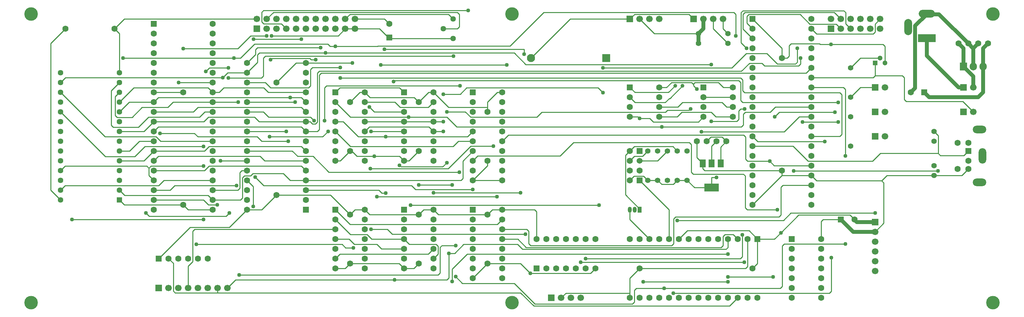
<source format=gbr>
%TF.GenerationSoftware,Novarm,DipTrace,4.3.0.5*%
%TF.CreationDate,2023-08-20T22:22:37+01:00*%
%FSLAX26Y26*%
%MOIN*%
%TF.FileFunction,Copper,L1,Top*%
%TF.Part,Single*%
%TA.AperFunction,Conductor*%
%ADD13C,0.009843*%
%ADD14C,0.03937*%
%TA.AperFunction,ComponentPad*%
%ADD17C,0.055118*%
%ADD18C,0.055118*%
%ADD19R,0.062992X0.062992*%
%ADD20C,0.062992*%
%ADD21C,0.062992*%
%ADD22C,0.06*%
%ADD23C,0.137795*%
%ADD24R,0.051181X0.051181*%
%ADD25C,0.051181*%
%ADD26R,0.066929X0.066929*%
%ADD27C,0.066929*%
%ADD28R,0.056693X0.056693*%
%ADD29C,0.056693*%
%ADD30O,0.137795X0.07874*%
%ADD31O,0.07874X0.15748*%
%ADD32C,0.066929*%
%ADD33R,0.181102X0.07874*%
%ADD34O,0.165354X0.07874*%
%ADD35O,0.07874X0.165354*%
%ADD36R,0.075X0.07874*%
%ADD37O,0.075X0.07874*%
%ADD38R,0.041339X0.059055*%
%ADD39O,0.041339X0.059055*%
%ADD40R,0.082677X0.082677*%
%ADD41C,0.082677*%
%ADD42C,0.056693*%
%ADD43R,0.059055X0.07874*%
%ADD44R,0.149606X0.07874*%
%TA.AperFunction,ViaPad*%
%ADD45C,0.04*%
%TA.AperFunction,ComponentPad*%
%ADD108C,0.03937*%
G75*
G01*
%LPD*%
X7427953Y1670374D2*
D13*
X7251969D1*
X7177953Y1744390D1*
X7427953Y1918406D2*
Y2094390D1*
X7477953Y2144390D1*
X6777953Y1744390D2*
X6733661Y1788681D1*
X6637992D1*
X6593701Y1744390D1*
X6877953D2*
X6777953D1*
X7077953D2*
X7037600Y1704037D1*
X6918306D1*
X6877953Y1744390D1*
X7177953D2*
X7077953D1*
X7427953Y1670374D2*
Y1775023D1*
X7477952D1*
X7293701Y3144391D2*
D14*
Y3244391D1*
X793701Y1544784D2*
D13*
X693701Y1644784D1*
Y3143996D1*
X844488Y3294784D1*
X5293701Y2644391D2*
X5243112D1*
X5143307Y2544587D1*
Y2490850D1*
Y2444587D1*
X8743701Y1344390D2*
D14*
X8868701Y1219390D1*
X9093701D1*
X8143701Y1844390D2*
D13*
Y1794390D1*
X7843504Y1494193D1*
X7277953Y2144390D2*
Y1977855D1*
X7337402Y1918406D1*
X4593701Y1444390D2*
X4493898D1*
X4444094Y1394587D1*
X2993504Y1594390D2*
X2843504Y1444390D1*
X2693701D1*
X4793898Y3193996D2*
X4143701D1*
Y3206595D1*
X9593701Y2644390D2*
D14*
X9643701Y2594390D1*
X10143701D1*
X10193701Y2644390D1*
Y2907185D1*
X6693701Y844390D2*
D13*
X6593701Y744390D1*
Y592621D1*
Y544390D1*
X3893701Y2644390D2*
X3844094D1*
X3743701Y2543996D1*
X4593701Y2644390D2*
X4543701D1*
X4443701Y2544390D1*
X1743504Y2644390D2*
X2043701Y2644587D1*
X3893701Y1444390D2*
X3793701D1*
X3743701Y1394390D1*
X5293701Y1444391D2*
X5193899D1*
X5144094Y1394587D1*
X7293701Y3244391D2*
D14*
X7344094Y3294785D1*
Y3394390D1*
X3793701Y3294390D2*
D13*
X3693701D1*
X4143701Y3206595D2*
Y3194391D1*
X4043702Y3294390D1*
X3793701D1*
X10193701Y2907185D2*
D14*
Y3095966D1*
X10242126Y3144391D1*
X2693701Y1444390D2*
D13*
X2513389Y1264078D1*
X2113389D1*
X1793701Y944390D1*
X6693701Y844390D2*
X7774016D1*
X7793701Y864075D1*
Y1144390D1*
X3743701Y1394390D2*
X3543701Y1594390D1*
X2993504D1*
X4593701Y2644390D2*
X4747241Y2490850D1*
X5143307D1*
X5643701Y1144391D2*
Y1424703D1*
X5624013Y1444391D1*
X5293701D1*
X8143701Y1844390D2*
X7357087D1*
X7337402Y1864076D1*
Y1918406D1*
X3693701Y3294390D2*
X3621350Y3222039D1*
X2943543D1*
X3893701Y2644390D2*
X3947438Y2590653D1*
X4397438D1*
X4443701Y2544390D1*
X9093701Y1219390D2*
X9181299Y1306989D1*
Y1719590D1*
X9160433Y1740456D1*
X9214368Y1794390D1*
X9693701D1*
X8743701Y1344390D2*
X8563390D1*
X8543701Y1324701D1*
Y1144390D1*
X5893701Y544390D2*
X5941932Y592621D1*
X6593701D1*
X9143701Y2994390D2*
X8943701D1*
X8843701Y2894390D1*
X5144094Y1394587D2*
X4643504D1*
X4593701Y1444390D1*
X3893701D2*
X3943504Y1394587D1*
X4444094D1*
X9160433Y1740456D2*
X8497241D1*
X8443504Y1794193D1*
X2893700Y3222039D2*
X2729775D1*
X2598389Y3090653D1*
X2043700D1*
X7293701Y3244391D2*
X6843699D1*
X6693701Y3394390D1*
X6894094Y2693996D2*
X6966900D1*
X7019067Y2746164D1*
X7222323D1*
X7243189Y2725298D1*
Y2712030D1*
X7277952Y2677267D1*
X7644094Y2693996D2*
X7547657D1*
X7495489Y2746164D1*
X7257948D1*
X7243189Y2731405D1*
Y2725298D1*
X9693701Y1794390D2*
X9977165D1*
X10043701Y1860925D1*
X8443504Y1794193D2*
X8295969D1*
X8295772Y1794390D1*
X8143701D1*
X9943701Y3144391D2*
D14*
X9993701Y3094391D1*
Y2907185D1*
X10093701Y2807185D1*
Y2694390D1*
X3293701Y2544390D2*
D13*
X3247438Y2590653D1*
X3133901D1*
X4293701Y2244390D2*
X3955043Y2244393D1*
X6278464Y1490653D2*
X4359649D1*
X1743504Y2544390D2*
X1493307D1*
X1393701Y2444784D1*
X3133901Y2590653D2*
X1789767D1*
X1743504Y2544390D1*
Y1544390D2*
X2249339D1*
X2299139Y1494590D1*
X2389763D1*
X2612677Y777227D2*
X4639963D1*
X4659649Y796913D1*
Y1060184D1*
X4679334Y1079869D1*
X4818389D1*
X1662476Y1413208D2*
X1697236Y1378448D1*
X2478007D1*
X2512771Y1413212D1*
X1393701Y1644784D2*
X1447832Y1590653D1*
X2297241D1*
X2343504Y1544390D1*
X3293701Y1744390D2*
X4872839D1*
X4892523Y1764075D1*
Y1943214D1*
X4993701Y2044391D1*
X2343504Y1544390D2*
X2627754D1*
X2647441Y1564078D1*
Y1770968D1*
X2667126Y1790653D1*
X2728331D1*
X2751598Y1813920D1*
X3064340D1*
X3133870Y1744390D1*
X3293701D1*
X3593701Y2244390D2*
X3747438Y2090653D1*
X4791457D1*
X4845196Y2144391D1*
X4993701D1*
X2693701Y1844390D2*
X2639607D1*
X2619921Y1824705D1*
Y1664078D1*
X2600234Y1644390D1*
X2343504D1*
X3518067Y2244393D2*
X3464327Y2190653D1*
X2923354D1*
X908157Y1343684D2*
X2248858D1*
X2343504Y1744390D2*
X1847815D1*
X1794077Y1690653D1*
X839570D1*
X793701Y1644784D1*
X4993701Y2244391D2*
X4939962Y2190653D1*
X4106893D1*
X3293701Y1644390D2*
X4037563D1*
X4067320Y1614633D1*
X4106893D1*
Y2190653D2*
X3827755D1*
X3674018Y2344390D1*
X3593701D1*
X2693701Y2444390D2*
X2860142D1*
X2913879Y2390653D1*
X3339964D1*
X3374728Y2355889D1*
X4863425Y2710338D2*
X3502988D1*
X3483303Y2690653D1*
Y2355889D1*
X3293701Y2444390D2*
X3247438Y2490653D1*
X2192425D1*
X2146163Y2444390D1*
X1743504D1*
X4694413Y2625416D2*
X4865570D1*
X4930807Y2690653D1*
X6268306D1*
X6318149Y2640810D1*
X8299295Y3094192D2*
Y2953251D1*
X8279610Y2933566D1*
X8095618D1*
X7988728Y3040456D1*
X7779094D1*
X7633543Y2894905D1*
X6318149D1*
X4293701Y2344390D2*
X3893701D1*
X4593701D2*
X4293701D1*
X4694413Y2344393D2*
X4593701Y2344390D1*
X8334059Y2994192D2*
Y2933566D1*
X8314374Y2913881D1*
X7967023D1*
X7940448Y2940456D1*
X7811571D1*
X7731256Y2860141D1*
X3429177D1*
X3409492Y2840456D1*
Y2340810D1*
X3389807Y2321125D1*
X3359649D1*
X3339964Y2340810D1*
Y2344390D1*
X3293701D1*
X1743504D2*
X1643898Y2244784D1*
X1393701D1*
X3293701Y2344390D2*
X2816374D1*
X2770111Y2390653D1*
X2300689D1*
X2254427Y2344390D1*
X1743504D1*
Y2244390D2*
X1789767Y2290653D1*
X3247438D1*
X3293701Y2244390D1*
X3409493D1*
X3429177Y2264075D1*
Y2820771D1*
X3448862Y2840456D1*
X8389767D1*
X8443504Y2894193D1*
X1743504Y2144390D2*
X1596572D1*
X1496965Y2044784D1*
X1393701D1*
X3114118Y2144712D2*
X2843413D1*
X2797472Y2190653D1*
X2192479D1*
X2157716Y2225416D1*
X1804842D1*
X3293701Y2044390D2*
X3247438Y2090653D1*
X2306751D1*
X2260489Y2044390D1*
X1743504D1*
X1643898Y1944784D1*
X1393701D1*
X1743504Y1944390D2*
X1789767Y1990653D1*
X2827700D1*
X2873963Y1944390D1*
X3293701D1*
X1743504Y1844390D2*
X2260488D1*
X2306750Y1890653D1*
X3247438D1*
X3293701Y1844390D1*
X1743504Y1744390D2*
X1692653Y1795241D1*
Y1869787D1*
X1671787Y1890653D1*
X839570D1*
X793701Y1844784D1*
X2693701Y1944390D2*
X2424527Y1944389D1*
X1692653Y1869787D2*
X1713519Y1890653D1*
X2248858D1*
X2774728Y1779157D2*
X2863232Y1690653D1*
X4369920D1*
X4408582Y1651991D1*
X4993700D1*
X1743504Y1644390D2*
X1909666D1*
X1955928Y1690653D1*
X2585157D1*
X2693701Y2044390D2*
X3154657D1*
X3208394Y1990653D1*
X3365039D1*
X3526693Y1828999D1*
X4857759D1*
X6593701Y1444391D2*
Y1344390D1*
X6793701Y1144390D1*
X6693701Y1744390D2*
X6993701Y1444390D1*
Y1144390D1*
X5293701Y1144391D2*
X5451910D1*
X5536660Y1059641D1*
X7523425D1*
X7543110Y1079326D1*
Y1170968D1*
X7562795Y1190653D1*
X7647438D1*
X7693701Y1144390D1*
X5293701Y1344391D2*
X5243111Y1293802D1*
X3744289D1*
X3593701Y1444390D1*
X4593701Y2244390D2*
X4547438Y2290653D1*
X3939964D1*
X3893701Y2244390D1*
X4694413Y2244389D2*
X4593701Y2244390D1*
X8578035Y2140456D2*
X7897241D1*
X7843504Y2194193D1*
X3293701Y2644390D2*
X2909850D1*
X2863587Y2690653D1*
X2455417D1*
X2409155Y2644390D1*
X2343504D1*
X8789960Y1994905D2*
Y2674507D1*
X8770274Y2694193D1*
X8443504D1*
X4818389Y762149D2*
X4887913Y692625D1*
X5415310D1*
X5626259Y481676D1*
X6620275D1*
X6639960Y501361D1*
Y620810D1*
X6659645Y640495D1*
X6943543D1*
X4593701Y2544390D2*
X4539964Y2490653D1*
X4254625D1*
X4200888Y2544390D1*
X3893701D1*
X2343504Y2644390D2*
X2297044Y2690850D1*
X1539767D1*
X1393701Y2544784D1*
X6943543Y640495D2*
X8125878D1*
X8145565Y660182D1*
Y1074117D1*
X8165250Y1093802D1*
X8789960D1*
X7037074Y590653D2*
X8627878D1*
X8647563Y610338D1*
Y954157D1*
X4293701Y2644390D2*
X4247438Y2690653D1*
X3639964D1*
X3593701Y2644390D1*
X3247441Y3187275D2*
X2759649D1*
X5480511Y1617227D2*
X4593704D1*
X2343504Y2544390D2*
X1940374D1*
X1886636Y2490653D1*
X1624590D1*
X1521834Y2387897D1*
X1370275D1*
X1350590Y2407582D1*
Y2601673D1*
X1393701Y2644784D1*
X2603704Y2544389D2*
X2343504Y2544390D1*
X3593701D2*
X3747438Y2390653D1*
X4339964D1*
X2343504Y2444390D2*
X2262244D1*
X2208506Y2390653D1*
X1688240D1*
X1585484Y2287897D1*
X1330905D1*
X1311220Y2307582D1*
Y2662303D1*
X1393701Y2744784D1*
X3393700Y2979157D2*
X3345712D1*
X3334216Y2990653D1*
X2943665D1*
X2932169Y2979157D1*
X6920275Y2290653D2*
X7729933D1*
X7749618Y2310338D1*
Y2420771D1*
X7769303Y2440456D1*
X8023504D1*
X8077242Y2494193D1*
X8443504D1*
X4339964Y2390653D2*
X4729177D1*
X4829177Y2290653D1*
X6920275D1*
X2693701Y2944390D2*
X2781295Y3031985D1*
Y3082507D1*
X2800980Y3102192D1*
X3441929D1*
X4293701Y2444390D2*
X3991148D1*
X3939964Y2495574D1*
X4729177Y2445102D2*
X4917066D1*
X4971515Y2390653D1*
X5647665D1*
X5697271Y2440259D1*
X6957189D1*
X6976874Y2459944D1*
X7197637D1*
X7212716Y2475023D1*
X4246606Y1898527D2*
X4261685Y1883448D1*
X4687209D1*
X4729177Y1925416D1*
X7324212Y2243133D2*
X8167129D1*
X8318190Y2394193D1*
X8443504D1*
X793701Y2744784D2*
X842719Y2793802D1*
X2447362D1*
X7422637Y2347735D2*
X7684500D1*
X7704185Y2367420D1*
Y2455535D1*
X7723870Y2475220D1*
X7762480D1*
X3493700Y3048684D2*
X5415456D1*
X5534472Y2929668D1*
X7422637D1*
X2693701Y2844390D2*
X2800980Y2951670D1*
Y3028999D1*
X2820665Y3048684D1*
X3493700D1*
X2447362Y2793802D2*
X2497951Y2844390D1*
X2693701D1*
X2343504Y2144390D2*
X1812898D1*
X1766635Y2190653D1*
X1247832D1*
X793701Y2644784D1*
X2693701Y2744390D2*
X2879531D1*
X2933268Y2690653D1*
X3320279D1*
X3339964Y2710338D1*
Y2878448D1*
X3359649Y2898133D1*
X3641929D1*
X8443504Y2194193D2*
X8732170D1*
X8751854Y2213878D1*
Y2620771D1*
X8732169Y2640456D1*
X7763240D1*
X7743555Y2660141D1*
Y2770964D1*
X7723870Y2790649D1*
X3641929D1*
X7671559Y3221479D2*
Y3442621D1*
X7651874Y3462306D1*
X5715865D1*
X5371771Y3118212D1*
X4025811D1*
X4022228Y3114629D1*
X3593700D1*
X2558228Y2993802D2*
X1428464D1*
X3593700Y3114629D2*
X3539630D1*
X3517303Y3136956D1*
X2770910D1*
X2627756Y2993802D1*
X2558228D1*
X793701Y2444784D2*
X1250588Y1987897D1*
X1551283D1*
X1654035Y2090649D1*
X2248858D1*
X2693701Y2544390D2*
X3183744Y2544393D1*
X7593700Y758767D2*
X8053110D1*
X5515275Y3035416D2*
Y3083448D1*
X4091815D1*
X7593700Y708924D2*
X6728464D1*
X7893701Y1144390D2*
Y894390D1*
X7843701Y844390D1*
X9455906Y2644390D2*
D14*
X9501181Y2689666D1*
Y3324311D1*
X9619291Y3442422D1*
Y3446852D1*
X3593701Y1944390D2*
D13*
X3644094D1*
X3743701Y2043996D1*
X3593701Y844390D2*
X3693701D1*
X3743701Y894390D1*
X7376378Y2144390D2*
X7420669Y2188681D1*
X7532087D1*
X7576378Y2144390D1*
X4143701Y3344390D2*
X4093701Y3394390D1*
X3793701D1*
X7843504Y3394193D2*
X8143701Y3093996D1*
Y2994390D1*
X4993701Y1744391D2*
X5143307Y1893998D1*
Y1944587D1*
X4993701Y744391D2*
X5142913Y893603D1*
X5144094Y894587D1*
X4293701Y844390D2*
X4393898D1*
X4444094Y894587D1*
X2343504Y1444390D2*
X2093898D1*
X2043701Y1494587D1*
X9093701Y1319390D2*
D14*
X8906496D1*
X8881496Y1344390D1*
X10042126Y3144391D2*
X10093701Y3092817D1*
Y3094391D1*
X10143701Y3144391D1*
X1393701Y2844784D2*
D13*
Y3245571D1*
X1344488Y3294784D1*
X2993504Y2744390D2*
X3193504Y2944390D1*
X3293701D1*
X4293701Y1944390D2*
X4343701D1*
X4443701Y2044390D1*
X10093701Y3094391D2*
D14*
Y2907185D1*
X9619291Y3442422D2*
X9744096D1*
X10042126Y3144391D1*
X7576378Y2144390D2*
D13*
X7518504Y2086516D1*
Y1918406D1*
X7244094Y3394390D2*
X7195864Y3442621D1*
X6641932D1*
X6593701Y3394390D1*
X2793701D2*
X1444094D1*
X1344488Y3294784D1*
X6243701Y844391D2*
X6193111Y793802D1*
X5579208D1*
X8881496Y1344390D2*
X8835233Y1390653D1*
X8313976D1*
X8132204Y1208881D1*
X1393701Y1544784D2*
X1443898Y1494587D1*
X2043701D1*
X3743701Y894390D2*
X4243701D1*
X4293701Y844390D1*
X8143701Y2994390D2*
X8195563D1*
X8215251Y3014079D1*
Y3120771D1*
X8234936Y3140456D1*
X8526870D1*
X8531795Y3135531D1*
X8643700D1*
X7344094Y2393996D2*
X7293231Y2343133D1*
X6831370D1*
X6796610Y2377893D1*
X6693700D1*
X3293701Y2944390D2*
X3764724Y2945102D1*
X4783626Y1698133D2*
X4443700D1*
X4993701Y1744391D2*
X5293701D1*
X7344094Y2593996D2*
X7644094D1*
X6593701Y3394390D2*
X5986613D1*
X5586614Y2994391D1*
X3989807Y1990653D2*
X4247438D1*
X4293701Y1944390D1*
X3743701Y2043996D2*
X3758466D1*
X3811809Y1990653D1*
X3989807D1*
X5579208Y793802D2*
X5478423Y894587D1*
X5144094D1*
X7893701Y1144390D2*
X7808068Y1230023D1*
X7179334D1*
X7093701Y1144390D1*
X8132204Y1208881D2*
X8067714Y1144390D1*
X7893701D1*
X8643700Y3135531D2*
X9174015D1*
X9193701Y3115845D1*
Y2944390D1*
X6693700Y2377893D2*
X6677597Y2393996D1*
X6594094D1*
X7444094Y3394390D2*
Y3293998D1*
X7593701Y3144391D1*
X7644094Y2493996D2*
X7578146D1*
X7531883Y2540259D1*
X7128268D1*
X7082006Y2493996D1*
X6894094D1*
X7544094Y3394390D2*
Y3293998D1*
X7593701Y3244391D1*
X7644094Y2393996D2*
X7470129D1*
X7423866Y2440259D1*
X7122024D1*
X7075762Y2393996D1*
X6894094D1*
X4947441Y3481397D2*
X2861020D1*
X2841929Y3462306D1*
Y3365456D1*
X2861614Y3345771D1*
X3042320D1*
X3093701Y3294390D1*
X8717090Y2340456D2*
X8352952D1*
X8070063Y2394192D2*
X8116327Y2440456D1*
X8682326D1*
X9993701Y2694390D2*
D14*
X9943701D1*
X9619291Y3018801D1*
Y3198821D1*
X8843701Y2594390D2*
D13*
X8943701Y2694390D1*
X9093701D1*
X7074724Y1336208D2*
X8158464D1*
X8232594Y1410338D1*
X9093696D1*
X8443504Y3294193D2*
X8497241Y3240456D1*
X9072244D1*
X9091929Y3260141D1*
Y3342422D1*
X9143701Y3394193D1*
X7843504Y3294193D2*
X7785055Y3352642D1*
Y3420771D1*
X7804740Y3440456D1*
X8328538D1*
X8426570Y3342424D1*
X8695470D1*
X8743701Y3294193D1*
X7843504Y3194193D2*
X7747401Y3290296D1*
Y3440456D1*
X7767086Y3460141D1*
X8677753D1*
X8743701Y3394193D1*
X7782161Y3094192D2*
X7726000Y3150353D1*
Y3460141D1*
X7745685Y3479826D1*
X8772244D1*
X8791929Y3460141D1*
Y3345965D1*
X8843701Y3294193D1*
X3693701Y3394390D2*
X3741932Y3442621D1*
X4745273D1*
X4793898Y3393996D1*
X2893701Y3394390D2*
X2961617Y3462306D1*
X4837008D1*
X4856693Y3442621D1*
Y3313684D1*
X4837006Y3293996D1*
X4693898D1*
X7591563Y990653D2*
X4936256D1*
X4783626Y838023D1*
Y712306D1*
X9734291Y1840456D2*
X8264086D1*
X6693701Y1444391D2*
Y1453248D1*
X6549409Y1597540D1*
Y2000099D1*
X6593701Y2044390D1*
X6639964Y2090653D1*
X7031690D1*
X7077953Y2044390D1*
X8717090Y2540456D2*
X7743555D1*
X7723870Y2560141D1*
Y2746165D1*
X7704185Y2765850D1*
X4197516D1*
X4187551Y2755885D1*
X6593701Y1944390D2*
X6639964Y1990653D1*
X6724216D1*
X6777953Y2044390D1*
X6977953D2*
X6877953Y1944390D1*
X6693701D1*
X4593701Y944390D2*
X4639964Y990654D1*
Y1070968D1*
X4620279Y1090653D1*
X4347438D1*
X4293701Y1144390D1*
X3963098D1*
X3916835Y1190653D1*
X3747438D1*
X3593701Y1344390D1*
Y1144390D2*
X3732563D1*
X3786300Y1090653D1*
X4017082D1*
X4063345Y1044390D1*
X4293701D1*
X3593701Y944390D2*
X3639964Y990653D1*
X4539964D1*
X4593701Y1044390D1*
X6594094Y2693996D2*
X6644682Y2643409D1*
X6987601D1*
X7055906Y2711713D1*
X6594094Y2593996D2*
X6647832Y2540259D1*
X6954094D1*
X6996950Y2583115D1*
X7002111D1*
X7130709Y2711713D1*
X3774897Y1055889D2*
X3697457D1*
X3662693Y1090653D1*
X2174724D1*
X3955043Y1244389D2*
X4123676D1*
X4174263Y1193802D1*
X5528811D1*
X6143547Y943645D2*
X7720275D1*
X7739960Y963330D1*
Y1187763D1*
X7843504Y2094193D2*
X8255276D1*
X8409013Y1940456D1*
X9066287D1*
X9146401Y2020570D1*
X9736023D1*
Y2202067D1*
X9693701Y2244390D1*
X9736023Y2020570D2*
X9756889Y1999704D1*
X9997440D1*
X10043701Y2045965D1*
X7758937Y908881D2*
X6093704D1*
X4057051Y2925066D2*
X5339964D1*
X4993701Y1944391D2*
X5043111Y1993802D1*
X5882212D1*
X6018433Y2130023D1*
X7200590D1*
X7220275Y2110338D1*
Y1829472D1*
X7239960Y1809787D1*
X7750098D1*
X7769784Y1790101D1*
Y1464787D1*
X7789469Y1445102D1*
X8097441D1*
X2503937Y2790653D2*
X2840485D1*
X2860172Y2810340D1*
Y2994235D1*
X2879857Y3013920D1*
X4795783D1*
X2274413Y2859039D2*
X2309176Y2893802D1*
X2503937D1*
X2343504Y2744390D2*
X1997437Y2744389D1*
X5293701Y1244391D2*
X5543890D1*
X5563574Y1224707D1*
Y1099011D1*
X5583259Y1079326D1*
X7020275D1*
X7039960Y1099011D1*
Y1351287D1*
X7059645Y1370972D1*
X8112519D1*
X8132204Y1390657D1*
Y1674506D1*
X8151892Y1694193D1*
X8443504D1*
X7693701Y544390D2*
X7611302Y461991D1*
X5614681D1*
X5480511Y596161D1*
X2393110D1*
Y644390D1*
X1893701Y944390D2*
X1941338Y896752D1*
Y615846D1*
X1961023Y596161D1*
X2393110D1*
X3593701Y1244390D2*
X2159646D1*
X2139960Y1224705D1*
Y914078D1*
X2093110Y867228D1*
Y644390D1*
X3094216Y2244389D2*
X2782488D1*
X2782487Y2244390D1*
X2693701D1*
X5204645Y2093802D2*
X4972716D1*
X4742677Y1863763D1*
X3948153D1*
X8443504Y2794193D2*
X9072834D1*
X9093700Y2815060D1*
X9370275D1*
X9389960Y2795375D1*
Y2571755D1*
X9409645Y2552070D1*
X9986021D1*
X10093701Y2444390D1*
X7593701Y1144390D2*
Y1059641D1*
X7574015Y1039956D1*
X5499953D1*
X5449256Y1090653D1*
X4900626D1*
X4808106Y998133D1*
X4748862D1*
X9093700Y2815060D2*
X9093701Y2944390D1*
X4197917Y727385D2*
X2576105D1*
X2493110Y644390D1*
X4748862Y998133D2*
Y747070D1*
X4729177Y727385D1*
X4197917D1*
X5239409Y1579869D2*
X4017685D1*
X2693701Y1744390D2*
X2755043Y1683047D1*
Y1479157D1*
X5293701Y2144391D2*
X5357678Y2208369D1*
X7754535D1*
X7774222Y2188682D1*
Y1960141D1*
X7793907Y1940456D1*
X8018346D1*
X8064609Y1894193D1*
X8443504D1*
D45*
X7477952Y1775023D3*
X2043700Y3090653D3*
X2893700Y3222039D3*
X2943543D3*
X7277952Y2677267D3*
X3955043Y2244393D3*
X4359649Y1490653D3*
X6278464D3*
X3133901Y2590653D3*
X4818389Y1079869D3*
X2612677Y777227D3*
X2389763Y1494590D3*
X2512771Y1413212D3*
X1662476Y1413208D3*
X2923354Y2190653D3*
X3518067Y2244393D3*
X2248858Y1343684D3*
X908157D3*
X4106893Y1614633D3*
Y2190653D3*
X3374728Y2355889D3*
X3483303D3*
X4863425Y2710338D3*
X6318149Y2640810D3*
X4694413Y2625416D3*
Y2344393D3*
X6318149Y2894905D3*
X8299295Y3094192D3*
X8334059Y2994192D3*
X1804842Y2225416D3*
X3114118Y2144712D3*
X2424527Y1944389D3*
X2248858Y1890653D3*
X4993700Y1651991D3*
X2774728Y1779157D3*
X2585157Y1690653D3*
X4857759Y1828999D3*
X4694413Y2244389D3*
X8578035Y2140456D3*
X8789960Y1994905D3*
Y1093802D3*
X6943543Y640495D3*
X4818389Y762149D3*
X8647563Y954157D3*
X7037074Y590653D3*
X2759649Y3187275D3*
X2603704Y2544389D3*
X4593704Y1617227D3*
X5480511D3*
X3247441Y3187275D3*
X6920275Y2290653D3*
X2932169Y2979157D3*
X3393700D3*
X4339964Y2390653D3*
X7212716Y2475023D3*
X4729177Y2445102D3*
Y1925416D3*
X4246606Y1898527D3*
X7324212Y2243133D3*
X3939964Y2495574D3*
X3441929Y3102192D3*
X7762480Y2475220D3*
X7422637Y2929668D3*
X3493700Y3048684D3*
X7422637Y2347735D3*
X2447362Y2793802D3*
X3641929Y2790649D3*
Y2898133D3*
X2558228Y2993802D3*
X7671559Y3221479D3*
X1428464Y2993802D3*
X3593700Y3114629D3*
X2248858Y2090649D3*
X3183744Y2544393D3*
X8053110Y758767D3*
X7593700D3*
X4091815Y3083448D3*
X5515275Y3035416D3*
X6728464Y708924D3*
X7593700D3*
X3989807Y1990653D3*
X5579208Y793802D3*
X8643700Y3135531D3*
X3764724Y2945102D3*
X6693700Y2377893D3*
X4443700Y1698133D3*
X4783626D3*
X8132204Y1208881D3*
X4947441Y3481397D3*
X8352952Y2340456D3*
X8717090D3*
X8682326Y2440456D3*
X8070063Y2394192D3*
X9093696Y1410338D3*
X7074724Y1336208D3*
X7782161Y3094192D3*
X4783626Y712306D3*
X7591563Y990653D3*
X8264086Y1840456D3*
X9734291D3*
X4187551Y2755885D3*
X8717090Y2540456D3*
X2174724Y1090653D3*
X3774897Y1055889D3*
X5528811Y1193802D3*
X3955043Y1244389D3*
X7739960Y1187763D3*
X6143547Y943645D3*
X6093704Y908881D3*
X7758937D3*
X5339964Y2925066D3*
X4057051D3*
X4795783Y3013920D3*
X2503937Y2790653D3*
Y2893802D3*
X2274413Y2859039D3*
X1997437Y2744389D3*
X8097441Y1445102D3*
X3948153Y1863763D3*
X5204645Y2093802D3*
X3094216Y2244389D3*
X4197917Y727385D3*
X4748862Y998133D3*
X4017685Y1579869D3*
X5239409D3*
X2755043Y1479157D3*
X8018346Y1940456D3*
D17*
X6977953Y1744390D3*
D18*
Y2044390D3*
D19*
X8243701Y1144390D3*
D20*
Y1044390D3*
Y944390D3*
Y844390D3*
Y744390D3*
Y644390D3*
Y544390D3*
X8543701D3*
Y644390D3*
Y744390D3*
Y844390D3*
Y944390D3*
Y1044390D3*
Y1144390D3*
D19*
X3293701Y1444390D3*
D20*
Y1544390D3*
Y1644390D3*
Y1744390D3*
Y1844390D3*
Y1944390D3*
Y2044390D3*
Y2144390D3*
Y2244390D3*
Y2344390D3*
Y2444390D3*
Y2544390D3*
Y2644390D3*
Y2744390D3*
Y2844390D3*
Y2944390D3*
X2693701D3*
Y2844390D3*
Y2744390D3*
Y2644390D3*
Y2544390D3*
Y2444390D3*
Y2344390D3*
Y2244390D3*
Y2144390D3*
Y2044390D3*
Y1944390D3*
Y1844390D3*
Y1744390D3*
Y1644390D3*
Y1544390D3*
Y1444390D3*
D17*
X6877953Y2044390D3*
D18*
Y1744390D3*
D19*
X6693701D3*
D21*
Y1844390D3*
D22*
Y1944390D3*
D19*
Y2044390D3*
D21*
X6593701D3*
Y1944390D3*
Y1844390D3*
Y1744390D3*
D19*
X7843504Y3394193D3*
D20*
Y3294193D3*
Y3194193D3*
Y3094193D3*
Y2994193D3*
Y2894193D3*
Y2794193D3*
Y2694193D3*
Y2594193D3*
Y2494193D3*
Y2394193D3*
Y2294193D3*
Y2194193D3*
Y2094193D3*
Y1994193D3*
Y1894193D3*
Y1794193D3*
Y1694193D3*
Y1594193D3*
Y1494193D3*
X8443504D3*
Y1594193D3*
Y1694193D3*
Y1794193D3*
Y1894193D3*
Y1994193D3*
Y2094193D3*
Y2194193D3*
Y2294193D3*
Y2394193D3*
Y2494193D3*
Y2594193D3*
Y2694193D3*
Y2794193D3*
Y2894193D3*
Y2994193D3*
Y3094193D3*
Y3194193D3*
Y3294193D3*
Y3394193D3*
D19*
X9593701Y2644390D3*
D21*
X9455906D3*
D19*
X4143701Y3206595D3*
D21*
Y3344390D3*
D23*
X5393701Y494390D3*
D24*
X9093701Y2944390D3*
D25*
X9143701Y2994390D3*
X9193701Y2944390D3*
D21*
X7277953Y2144390D3*
X7376378D3*
D23*
X493701Y494390D3*
D26*
X7244094Y3394390D3*
D27*
X7344094D3*
X7444094D3*
X7544094D3*
D26*
X2793701Y3294390D3*
D27*
Y3394390D3*
X2893701Y3294390D3*
Y3394390D3*
X2993701Y3294390D3*
Y3394390D3*
X3093701Y3294390D3*
Y3394390D3*
X3193701Y3294390D3*
Y3394390D3*
X3293701Y3294390D3*
Y3394390D3*
X3393701Y3294390D3*
Y3394390D3*
X3493701Y3294390D3*
Y3394390D3*
X3593701Y3294390D3*
Y3394390D3*
X3693701Y3294390D3*
Y3394390D3*
X3793701Y3294390D3*
Y3394390D3*
D19*
X6594094Y2693996D3*
D20*
Y2593996D3*
Y2493996D3*
Y2393996D3*
X6894094D3*
Y2493996D3*
Y2593996D3*
Y2693996D3*
D21*
X3743701Y1394390D3*
Y894390D3*
D19*
X1743504Y3344390D3*
D20*
Y3244390D3*
Y3144390D3*
Y3044390D3*
Y2944390D3*
Y2844390D3*
Y2744390D3*
Y2644390D3*
Y2544390D3*
Y2444390D3*
Y2344390D3*
Y2244390D3*
Y2144390D3*
Y2044390D3*
Y1944390D3*
Y1844390D3*
Y1744390D3*
Y1644390D3*
Y1544390D3*
Y1444390D3*
X2343504D3*
Y1544390D3*
Y1644390D3*
Y1744390D3*
Y1844390D3*
Y1944390D3*
Y2044390D3*
Y2144390D3*
Y2244390D3*
Y2344390D3*
Y2444390D3*
Y2544390D3*
Y2644390D3*
Y2744390D3*
Y2844390D3*
Y2944390D3*
Y3044390D3*
Y3144390D3*
Y3244390D3*
Y3344390D3*
D19*
X8743701Y1344390D3*
D21*
X8881496D3*
D17*
X7593701Y3244391D3*
D18*
X7293701D3*
D21*
X6693701Y844390D3*
X7843701D3*
D17*
X7077953Y2044390D3*
D18*
Y1744390D3*
D21*
X7477953Y2144390D3*
X7576378D3*
D19*
X3593701Y1444390D3*
D20*
Y1344390D3*
Y1244390D3*
Y1144390D3*
Y1044390D3*
Y944390D3*
Y844390D3*
X3893701D3*
Y944390D3*
Y1044390D3*
Y1144390D3*
Y1244390D3*
Y1344390D3*
Y1444390D3*
D23*
X10293701Y3444390D3*
D17*
X8843701Y2894390D3*
D18*
Y2594390D3*
D17*
X9693701Y2244390D3*
D18*
Y2144390D3*
D28*
X1393701Y1544784D3*
D29*
Y1644784D3*
Y1744784D3*
Y1844784D3*
Y1944784D3*
Y2044784D3*
Y2144784D3*
Y2244784D3*
Y2344784D3*
Y2444784D3*
Y2544784D3*
Y2644784D3*
Y2744784D3*
Y2844784D3*
X793701D3*
Y2744784D3*
Y2644784D3*
Y2544784D3*
Y2444784D3*
Y2344784D3*
Y2244784D3*
Y2144784D3*
Y2044784D3*
Y1944784D3*
Y1844784D3*
Y1744784D3*
Y1644784D3*
Y1544784D3*
D19*
X5643701Y844391D3*
D20*
X5743701D3*
X5843701D3*
X5943701D3*
X6043701D3*
X6143701D3*
X6243701D3*
Y1144391D3*
X6143701D3*
X6043701D3*
X5943701D3*
X5843701D3*
X5743701D3*
X5643701D3*
D26*
X9093701Y2194390D3*
D27*
X9193701D3*
D19*
X10043701Y2045965D3*
D21*
Y1943603D3*
Y2128642D3*
Y1860925D3*
X9933465Y2128642D3*
Y1860925D3*
D30*
X10155906Y1725099D3*
D31*
X10187402Y1994784D3*
D30*
X10155906Y2264469D3*
D17*
X8843701Y2394390D3*
D18*
Y2094390D3*
D17*
X6777953Y2044390D3*
D18*
Y1744390D3*
D21*
X2043701Y2644587D3*
Y1494587D3*
D26*
X8643701Y3294193D3*
D27*
Y3394193D3*
X8743701Y3294193D3*
Y3394193D3*
X8843701Y3294193D3*
Y3394193D3*
X8943701Y3294193D3*
Y3394193D3*
X9043701Y3294193D3*
Y3394193D3*
X9143701Y3294193D3*
Y3394193D3*
D23*
X493701Y3444390D3*
D26*
X9093701Y1319390D3*
D32*
Y1219390D3*
Y1119390D3*
Y1019390D3*
Y919390D3*
Y819390D3*
D21*
X9943701Y3144391D3*
X10042126D3*
D33*
X9619291Y3198821D3*
D34*
Y3446852D3*
D35*
X9430315Y3312994D3*
D21*
X4444094Y1394587D3*
Y894587D3*
D36*
X9993701Y2907185D3*
D37*
X10093701D3*
X10193701D3*
D21*
X5144094Y1394587D3*
Y894587D3*
D19*
X4293701Y1444390D3*
D20*
Y1344390D3*
Y1244390D3*
Y1144390D3*
Y1044390D3*
Y944390D3*
Y844390D3*
X4593701D3*
Y944390D3*
Y1044390D3*
Y1144390D3*
Y1244390D3*
Y1344390D3*
Y1444390D3*
D38*
X6693701Y1444391D3*
D39*
X6643701D3*
X6593701D3*
D17*
X9693701Y1894390D3*
D18*
Y1794390D3*
D21*
X3743701Y2543996D3*
Y2043996D3*
D26*
X9093701Y2444390D3*
D27*
X9193701D3*
D19*
X4293701Y2644390D3*
D20*
Y2544390D3*
Y2444390D3*
Y2344390D3*
Y2244390D3*
Y2144390D3*
Y2044390D3*
Y1944390D3*
X4593701D3*
Y2044390D3*
Y2144390D3*
Y2244390D3*
Y2344390D3*
Y2444390D3*
Y2544390D3*
Y2644390D3*
D40*
X6354331Y2994391D3*
D41*
X5586614D3*
D23*
X10293701Y494390D3*
D17*
X7177953Y2044390D3*
D18*
Y1744390D3*
D19*
X4993701Y2644391D3*
D20*
Y2544391D3*
Y2444391D3*
Y2344391D3*
Y2244391D3*
Y2144391D3*
Y2044391D3*
Y1944391D3*
Y1844391D3*
Y1744391D3*
X5293701D3*
Y1844391D3*
Y1944391D3*
Y2044391D3*
Y2144391D3*
Y2244391D3*
Y2344391D3*
Y2444391D3*
Y2544391D3*
Y2644391D3*
D26*
X1793110Y644390D3*
D27*
X1893110D3*
X1993110D3*
X2093110D3*
X2193110D3*
X2293110D3*
X2393110D3*
X2493110D3*
D26*
X9993701Y2694390D3*
D27*
X10093701D3*
D19*
X7344094Y2693996D3*
D20*
Y2593996D3*
Y2493996D3*
Y2393996D3*
X7644094D3*
Y2493996D3*
Y2593996D3*
Y2693996D3*
D21*
X8143701Y1844390D3*
Y2994390D3*
D19*
X4993701Y1444391D3*
D20*
Y1344391D3*
Y1244391D3*
Y1144391D3*
Y1044391D3*
Y944391D3*
Y844391D3*
Y744391D3*
X5293701D3*
Y844391D3*
Y944391D3*
Y1044391D3*
Y1144391D3*
Y1244391D3*
Y1344391D3*
Y1444391D3*
D26*
X6593701Y3394390D3*
D27*
X6693701D3*
X6793701D3*
X6893701D3*
D21*
X5143307Y2444587D3*
Y1944587D3*
D26*
X9993701Y2444390D3*
D27*
X10093701D3*
D19*
X3593701Y2644390D3*
D20*
Y2544390D3*
Y2444390D3*
Y2344390D3*
Y2244390D3*
Y2144390D3*
Y2044390D3*
Y1944390D3*
X3893701D3*
Y2044390D3*
Y2144390D3*
Y2244390D3*
Y2344390D3*
Y2444390D3*
Y2544390D3*
Y2644390D3*
D21*
X844488Y3294784D3*
X1344488D3*
D42*
X4793898Y3193996D3*
X4693898Y3293996D3*
X4793898Y3393996D3*
D26*
X5793701Y544390D3*
D27*
X5893701D3*
X5993701D3*
X6093701D3*
D17*
X7593701Y3144391D3*
D18*
X7293701D3*
D108*
X7055906Y2711713D3*
X7130709D3*
D19*
X7893701Y1144390D3*
D20*
X7793701D3*
X7693701D3*
X7593701D3*
X7493701D3*
X7393701D3*
X7293701D3*
X7193701D3*
X7093701D3*
X6993701D3*
X6893701D3*
X6793701D3*
X6693701D3*
X6593701D3*
Y544390D3*
X6693701D3*
X6793701D3*
X6893701D3*
X6993701D3*
X7093701D3*
X7193701D3*
X7293701D3*
X7393701D3*
X7493701D3*
X7593701D3*
X7693701D3*
X7793701D3*
X7893701D3*
D43*
X7518504Y1918406D3*
X7427953D3*
D44*
Y1670374D3*
D43*
X7337402Y1918406D3*
D19*
X1793701Y944390D3*
D20*
X1893701D3*
X1993701D3*
X2093701D3*
X2193701D3*
X2293701D3*
D21*
X10143701Y3144391D3*
X10242126D3*
X4443701Y2544390D3*
Y2044390D3*
X2993504Y1594390D3*
Y2744390D3*
D23*
X5393701Y3444390D3*
D26*
X9093701Y2694390D3*
D27*
X9193701D3*
M02*

</source>
